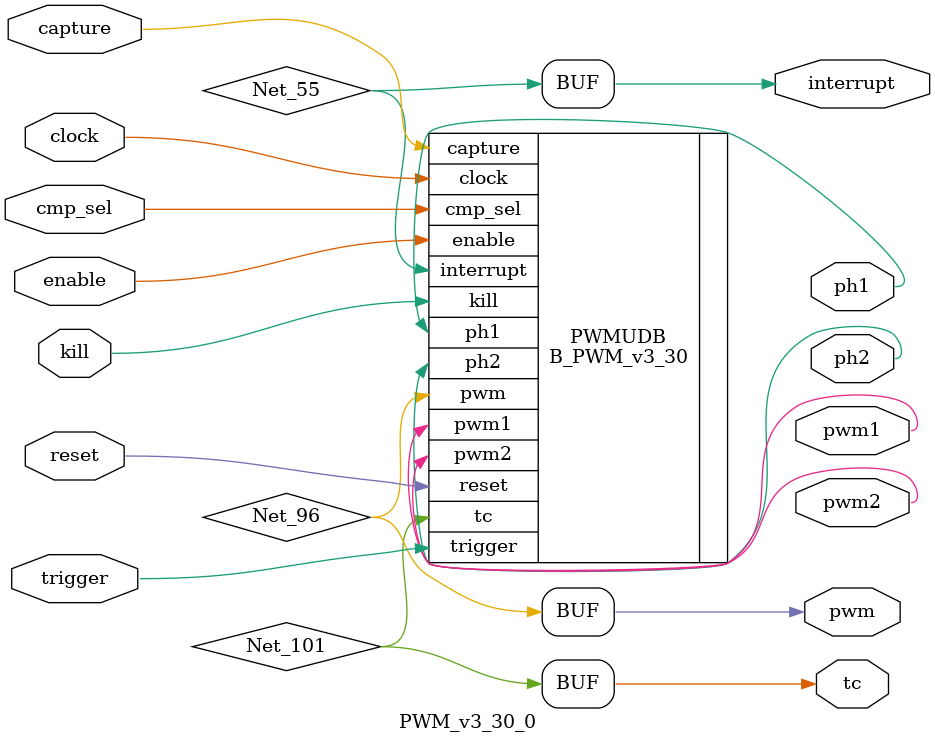
<source format=v>
module PWM_v3_30_0 (
    pwm2,
    tc,
    clock,
    reset,
    pwm1,
    interrupt,
    capture,
    kill,
    enable,
    trigger,
    cmp_sel,
    pwm,
    ph1,
    ph2);
    output      pwm2;
    output      tc;
    input       clock;
    input       reset;
    output      pwm1;
    output      interrupt;
    input       capture;
    input       kill;
    input       enable;
    input       trigger;
    input       cmp_sel;
    output      pwm;
    output      ph1;
    output      ph2;
    parameter Resolution = 8;
          wire  Net_114;
          wire  Net_113;
          wire  Net_107;
          wire  Net_96;
          wire  Net_55;
          wire  Net_57;
          wire  Net_101;
          wire  Net_54;
          wire  Net_63;
    B_PWM_v3_30 PWMUDB (
        .reset(reset),
        .clock(clock),
        .tc(Net_101),
        .pwm1(pwm1),
        .pwm2(pwm2),
        .interrupt(Net_55),
        .kill(kill),
        .capture(capture),
        .enable(enable),
        .cmp_sel(cmp_sel),
        .trigger(trigger),
        .pwm(Net_96),
        .ph1(ph1),
        .ph2(ph2));
    defparam PWMUDB.CaptureMode = 0;
    defparam PWMUDB.CompareStatusEdgeSense = 1;
    defparam PWMUDB.CompareType1 = 1;
    defparam PWMUDB.CompareType2 = 1;
    defparam PWMUDB.DeadBand = 0;
    defparam PWMUDB.DitherOffset = 0;
    defparam PWMUDB.EnableMode = 0;
    defparam PWMUDB.KillMode = 0;
    defparam PWMUDB.PWMMode = 0;
    defparam PWMUDB.Resolution = 8;
    defparam PWMUDB.RunMode = 0;
    defparam PWMUDB.TriggerMode = 0;
    defparam PWMUDB.UseStatus = 1;
	// vmCompare (cy_virtualmux_v1_0)
	assign pwm = Net_96;
	// vmIRQ (cy_virtualmux_v1_0)
	assign interrupt = Net_55;
	// vmTC (cy_virtualmux_v1_0)
	assign tc = Net_101;
    OneTerminal OneTerminal_1 (
        .o(Net_113));
	// FFKillMux (cy_virtualmux_v1_0)
	assign Net_107 = Net_114;
    ZeroTerminal ZeroTerminal_1 (
        .z(Net_114));
endmodule
</source>
